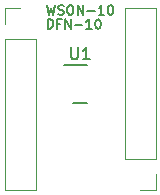
<source format=gbr>
G04 #@! TF.GenerationSoftware,KiCad,Pcbnew,(5.1.5-0-10_14)*
G04 #@! TF.CreationDate,2020-06-03T14:43:28-06:00*
G04 #@! TF.ProjectId,TPS62177DQ,54505336-3231-4373-9744-512e6b696361,rev?*
G04 #@! TF.SameCoordinates,Original*
G04 #@! TF.FileFunction,Legend,Top*
G04 #@! TF.FilePolarity,Positive*
%FSLAX46Y46*%
G04 Gerber Fmt 4.6, Leading zero omitted, Abs format (unit mm)*
G04 Created by KiCad (PCBNEW (5.1.5-0-10_14)) date 2020-06-03 14:43:28*
%MOMM*%
%LPD*%
G04 APERTURE LIST*
%ADD10C,0.150000*%
%ADD11C,0.120000*%
G04 APERTURE END LIST*
D10*
X64395628Y-52203304D02*
X64395628Y-51403304D01*
X64586104Y-51403304D01*
X64700390Y-51441400D01*
X64776580Y-51517590D01*
X64814676Y-51593780D01*
X64852771Y-51746161D01*
X64852771Y-51860447D01*
X64814676Y-52012828D01*
X64776580Y-52089019D01*
X64700390Y-52165209D01*
X64586104Y-52203304D01*
X64395628Y-52203304D01*
X65462295Y-51784257D02*
X65195628Y-51784257D01*
X65195628Y-52203304D02*
X65195628Y-51403304D01*
X65576580Y-51403304D01*
X65881342Y-52203304D02*
X65881342Y-51403304D01*
X66338485Y-52203304D01*
X66338485Y-51403304D01*
X66719438Y-51898542D02*
X67328961Y-51898542D01*
X68128961Y-52203304D02*
X67671819Y-52203304D01*
X67900390Y-52203304D02*
X67900390Y-51403304D01*
X67824200Y-51517590D01*
X67748009Y-51593780D01*
X67671819Y-51631876D01*
X68624200Y-51403304D02*
X68700390Y-51403304D01*
X68776580Y-51441400D01*
X68814676Y-51479495D01*
X68852771Y-51555685D01*
X68890866Y-51708066D01*
X68890866Y-51898542D01*
X68852771Y-52050923D01*
X68814676Y-52127114D01*
X68776580Y-52165209D01*
X68700390Y-52203304D01*
X68624200Y-52203304D01*
X68548009Y-52165209D01*
X68509914Y-52127114D01*
X68471819Y-52050923D01*
X68433723Y-51898542D01*
X68433723Y-51708066D01*
X68471819Y-51555685D01*
X68509914Y-51479495D01*
X68548009Y-51441400D01*
X68624200Y-51403304D01*
X64338552Y-50234904D02*
X64529028Y-51034904D01*
X64681409Y-50463476D01*
X64833790Y-51034904D01*
X65024266Y-50234904D01*
X65290933Y-50996809D02*
X65405219Y-51034904D01*
X65595695Y-51034904D01*
X65671885Y-50996809D01*
X65709980Y-50958714D01*
X65748076Y-50882523D01*
X65748076Y-50806333D01*
X65709980Y-50730142D01*
X65671885Y-50692047D01*
X65595695Y-50653952D01*
X65443314Y-50615857D01*
X65367123Y-50577761D01*
X65329028Y-50539666D01*
X65290933Y-50463476D01*
X65290933Y-50387285D01*
X65329028Y-50311095D01*
X65367123Y-50273000D01*
X65443314Y-50234904D01*
X65633790Y-50234904D01*
X65748076Y-50273000D01*
X66243314Y-50234904D02*
X66395695Y-50234904D01*
X66471885Y-50273000D01*
X66548076Y-50349190D01*
X66586171Y-50501571D01*
X66586171Y-50768238D01*
X66548076Y-50920619D01*
X66471885Y-50996809D01*
X66395695Y-51034904D01*
X66243314Y-51034904D01*
X66167123Y-50996809D01*
X66090933Y-50920619D01*
X66052838Y-50768238D01*
X66052838Y-50501571D01*
X66090933Y-50349190D01*
X66167123Y-50273000D01*
X66243314Y-50234904D01*
X66929028Y-51034904D02*
X66929028Y-50234904D01*
X67386171Y-51034904D01*
X67386171Y-50234904D01*
X67767123Y-50730142D02*
X68376647Y-50730142D01*
X69176647Y-51034904D02*
X68719504Y-51034904D01*
X68948076Y-51034904D02*
X68948076Y-50234904D01*
X68871885Y-50349190D01*
X68795695Y-50425380D01*
X68719504Y-50463476D01*
X69671885Y-50234904D02*
X69748076Y-50234904D01*
X69824266Y-50273000D01*
X69862361Y-50311095D01*
X69900457Y-50387285D01*
X69938552Y-50539666D01*
X69938552Y-50730142D01*
X69900457Y-50882523D01*
X69862361Y-50958714D01*
X69824266Y-50996809D01*
X69748076Y-51034904D01*
X69671885Y-51034904D01*
X69595695Y-50996809D01*
X69557600Y-50958714D01*
X69519504Y-50882523D01*
X69481409Y-50730142D01*
X69481409Y-50539666D01*
X69519504Y-50387285D01*
X69557600Y-50311095D01*
X69595695Y-50273000D01*
X69671885Y-50234904D01*
D11*
X73567600Y-65846000D02*
X72237600Y-65846000D01*
X73567600Y-64516000D02*
X73567600Y-65846000D01*
X73567600Y-63246000D02*
X70907600Y-63246000D01*
X70907600Y-63246000D02*
X70907600Y-50486000D01*
X73567600Y-63246000D02*
X73567600Y-50486000D01*
X73567600Y-50486000D02*
X70907600Y-50486000D01*
X60747600Y-50486000D02*
X62077600Y-50486000D01*
X60747600Y-51816000D02*
X60747600Y-50486000D01*
X60747600Y-53086000D02*
X63407600Y-53086000D01*
X63407600Y-53086000D02*
X63407600Y-65846000D01*
X60747600Y-53086000D02*
X60747600Y-65846000D01*
X60747600Y-65846000D02*
X63407600Y-65846000D01*
D10*
X65807600Y-55271000D02*
X67732600Y-55271000D01*
X66582600Y-58521000D02*
X67732600Y-58521000D01*
X66395695Y-53798380D02*
X66395695Y-54607904D01*
X66443314Y-54703142D01*
X66490933Y-54750761D01*
X66586171Y-54798380D01*
X66776647Y-54798380D01*
X66871885Y-54750761D01*
X66919504Y-54703142D01*
X66967123Y-54607904D01*
X66967123Y-53798380D01*
X67967123Y-54798380D02*
X67395695Y-54798380D01*
X67681409Y-54798380D02*
X67681409Y-53798380D01*
X67586171Y-53941238D01*
X67490933Y-54036476D01*
X67395695Y-54084095D01*
M02*

</source>
